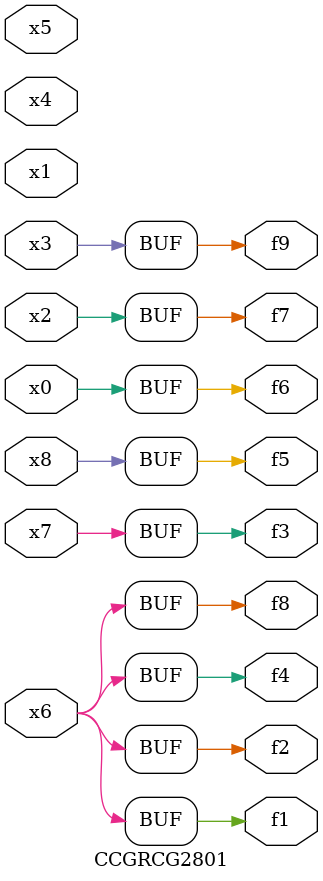
<source format=v>
module CCGRCG2801(
	input x0, x1, x2, x3, x4, x5, x6, x7, x8,
	output f1, f2, f3, f4, f5, f6, f7, f8, f9
);
	assign f1 = x6;
	assign f2 = x6;
	assign f3 = x7;
	assign f4 = x6;
	assign f5 = x8;
	assign f6 = x0;
	assign f7 = x2;
	assign f8 = x6;
	assign f9 = x3;
endmodule

</source>
